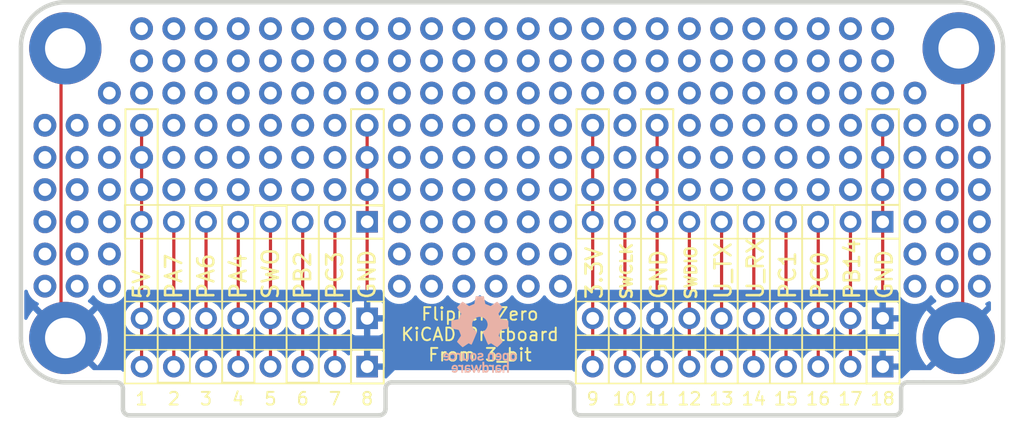
<source format=kicad_pcb>
(kicad_pcb (version 20221018) (generator pcbnew)
  (layers (0 "F.Cu" signal) (31 "B.Cu" signal) (34 "B.Paste" user) (35 "F.Paste" user) (36 "B.SilkS" user "B.Silkscreen") (37 "F.SilkS" user "F.Silkscreen") (38 "B.Mask" user) (39 "F.Mask" user) (44 "Edge.Cuts" user))
  (net 0 "")
  (net 1 "/GND")
  (net 2 "/C3")
  (net 3 "/B2")
  (net 4 "/B3")
  (net 5 "/A4")
  (net 6 "/A6")
  (net 7 "/A7")
  (net 8 "/5V")
  (net 9 "/1W")
  (net 10 "/C0")
  (net 11 "/C1")
  (net 12 "/RX")
  (net 13 "/TX")
  (net 14 "/SIO")
  (net 15 "/SWC")
  (net 16 "/3V3")
  (footprint "Connector_Pin:Pin_D0.9mm_L10.0mm_W2.4mm_FlatFork" (layer "F.Cu") (at 193.950005 100)
    (fp_text reference "REFe" hide)
    (fp_text value "Pin_D0.9mm_L10.0mm_W2.4mm_FlatFork" hide)
  )
  (footprint "Connector_Pin:Pin_D0.9mm_L10.0mm_W2.4mm_FlatFork" (layer "F.Cu") (at 186.330005 105.08)
    (fp_text reference "REFe" hide)
    (fp_text value "Pin_D0.9mm_L10.0mm_W2.4mm_FlatFork" hide)
  )
  (footprint "Connector_Pin:Pin_D0.9mm_L10.0mm_W2.4mm_FlatFork" (layer "F.Cu") (at 204.110005 107.62)
    (fp_text reference "REFe" hide)
    (fp_text value "Pin_D0.9mm_L10.0mm_W2.4mm_FlatFork" hide)
  )
  (footprint "Connector_Pin:Pin_D0.9mm_L10.0mm_W2.4mm_FlatFork" (layer "F.Cu") (at 176.170005 107.62)
    (fp_text reference "REFe" hide)
    (fp_text value "Pin_D0.9mm_L10.0mm_W2.4mm_FlatFork" hide)
  )
  (footprint "Connector_Pin:Pin_D0.9mm_L10.0mm_W2.4mm_FlatFork" (layer "F.Cu") (at 183.790005 107.62)
    (fp_text reference "REFe" hide)
    (fp_text value "Pin_D0.9mm_L10.0mm_W2.4mm_FlatFork" hide)
  )
  (footprint "Connector_Pin:Pin_D0.9mm_L10.0mm_W2.4mm_FlatFork" (layer "F.Cu") (at 148.230005 94.92)
    (fp_text reference "REFe" hide)
    (fp_text value "Pin_D0.9mm_L10.0mm_W2.4mm_FlatFork" hide)
  )
  (footprint "Connector_Pin:Pin_D0.9mm_L10.0mm_W2.4mm_FlatFork" (layer "F.Cu") (at 181.250005 100)
    (fp_text reference "REFe" hide)
    (fp_text value "Pin_D0.9mm_L10.0mm_W2.4mm_FlatFork" hide)
  )
  (footprint "Connector_PinHeader_2.54mm:PinHeader_1x10_P2.54mm_Vertical" (layer "F.Cu") (at 199.030005 121.59 -90)
    (fp_text reference "J2" hide)
    (fp_text value "Conn_01x10")
  )
  (footprint "Connector_Pin:Pin_D0.9mm_L10.0mm_W2.4mm_FlatFork" (layer "F.Cu") (at 186.330005 97.46)
    (fp_text reference "REFe" hide)
    (fp_text value "Pin_D0.9mm_L10.0mm_W2.4mm_FlatFork" hide)
  )
  (footprint "Connector_Pin:Pin_D0.9mm_L10.0mm_W2.4mm_FlatFork" (layer "F.Cu") (at 176.170005 100)
    (fp_text reference "REFe" hide)
    (fp_text value "Pin_D0.9mm_L10.0mm_W2.4mm_FlatFork" hide)
  )
  (footprint "Connector_Pin:Pin_D0.9mm_L10.0mm_W2.4mm_FlatFork" (layer "F.Cu") (at 150.770005 94.92)
    (fp_text reference "REFe" hide)
    (fp_text value "Pin_D0.9mm_L10.0mm_W2.4mm_FlatFork" hide)
  )
  (footprint "Connector_Pin:Pin_D0.9mm_L10.0mm_W2.4mm_FlatFork" (layer "F.Cu") (at 155.850005 102.54)
    (fp_text reference "REFe" hide)
    (fp_text value "Pin_D0.9mm_L10.0mm_W2.4mm_FlatFork" hide)
  )
  (footprint "Connector_Pin:Pin_D0.9mm_L10.0mm_W2.4mm_FlatFork" (layer "F.Cu") (at 163.470005 97.46)
    (fp_text reference "REFe" hide)
    (fp_text value "Pin_D0.9mm_L10.0mm_W2.4mm_FlatFork" hide)
  )
  (footprint "Connector_Pin:Pin_D0.9mm_L10.0mm_W2.4mm_FlatFork" (layer "F.Cu") (at 178.710005 94.92)
    (fp_text reference "REFe" hide)
    (fp_text value "Pin_D0.9mm_L10.0mm_W2.4mm_FlatFork" hide)
  )
  (footprint "Connector_Pin:Pin_D0.9mm_L10.0mm_W2.4mm_FlatFork" (layer "F.Cu") (at 168.550005 100)
    (fp_text reference "REFe" hide)
    (fp_text value "Pin_D0.9mm_L10.0mm_W2.4mm_FlatFork" hide)
  )
  (footprint "Connector_Pin:Pin_D0.9mm_L10.0mm_W2.4mm_FlatFork" (layer "F.Cu") (at 196.490005 102.54)
    (fp_text reference "REFe" hide)
    (fp_text value "Pin_D0.9mm_L10.0mm_W2.4mm_FlatFork" hide)
  )
  (footprint "Connector_Pin:Pin_D0.9mm_L10.0mm_W2.4mm_FlatFork" (layer "F.Cu") (at 140.610005 107.62)
    (fp_text reference "REFe" hide)
    (fp_text value "Pin_D0.9mm_L10.0mm_W2.4mm_FlatFork" hide)
  )
  (footprint "Connector_Pin:Pin_D0.9mm_L10.0mm_W2.4mm_FlatFork" (layer "F.Cu") (at 158.390005 100)
    (fp_text reference "REFe" hide)
    (fp_text value "Pin_D0.9mm_L10.0mm_W2.4mm_FlatFork" hide)
  )
  (footprint "Connector_Pin:Pin_D0.9mm_L10.0mm_W2.4mm_FlatFork" (layer "F.Cu") (at 196.490005 94.92)
    (fp_text reference "REFe" hide)
    (fp_text value "Pin_D0.9mm_L10.0mm_W2.4mm_FlatFork" hide)
  )
  (footprint "Connector_Pin:Pin_D0.9mm_L10.0mm_W2.4mm_FlatFork" (layer "F.Cu") (at 140.610005 105.08)
    (fp_text reference "REFe" hide)
    (fp_text value "Pin_D0.9mm_L10.0mm_W2.4mm_FlatFork" hide)
  )
  (footprint "Connector_Pin:Pin_D0.9mm_L10.0mm_W2.4mm_FlatFork" (layer "F.Cu") (at 204.110005 112.7)
    (fp_text reference "REFe" hide)
    (fp_text value "Pin_D0.9mm_L10.0mm_W2.4mm_FlatFork" hide)
  )
  (footprint "Connector_Pin:Pin_D0.9mm_L10.0mm_W2.4mm_FlatFork" (layer "F.Cu") (at 188.870005 102.54)
    (fp_text reference "REFe" hide)
    (fp_text value "Pin_D0.9mm_L10.0mm_W2.4mm_FlatFork" hide)
  )
  (footprint "Connector_Pin:Pin_D0.9mm_L10.0mm_W2.4mm_FlatFork" (layer "F.Cu") (at 196.490005 107.62)
    (fp_text reference "REFe" hide)
    (fp_text value "Pin_D0.9mm_L10.0mm_W2.4mm_FlatFork" hide)
  )
  (footprint "Connector_Pin:Pin_D0.9mm_L10.0mm_W2.4mm_FlatFork" (layer "F.Cu") (at 196.490005 100)
    (fp_text reference "REFe" hide)
    (fp_text value "Pin_D0.9mm_L10.0mm_W2.4mm_FlatFork" hide)
  )
  (footprint "Connector_Pin:Pin_D0.9mm_L10.0mm_W2.4mm_FlatFork" (layer "F.Cu") (at 191.410005 94.92)
    (fp_text reference "REFe" hide)
    (fp_text value "Pin_D0.9mm_L10.0mm_W2.4mm_FlatFork" hide)
  )
  (footprint "Connector_Pin:Pin_D0.9mm_L10.0mm_W2.4mm_FlatFork" (layer "F.Cu") (at 155.850005 107.62)
    (fp_text reference "REFe" hide)
    (fp_text value "Pin_D0.9mm_L10.0mm_W2.4mm_FlatFork" hide)
  )
  (footprint "Connector_Pin:Pin_D0.9mm_L10.0mm_W2.4mm_FlatFork" (layer "F.Cu") (at 199.030005 107.62)
    (fp_text reference "REFe" hide)
    (fp_text value "Pin_D0.9mm_L10.0mm_W2.4mm_FlatFork" hide)
  )
  (footprint "Connector_Pin:Pin_D0.9mm_L10.0mm_W2.4mm_FlatFork" (layer "F.Cu") (at 193.950005 105.08)
    (fp_text reference "REFe" hide)
    (fp_text value "Pin_D0.9mm_L10.0mm_W2.4mm_FlatFork" hide)
  )
  (footprint "Connector_Pin:Pin_D0.9mm_L10.0mm_W2.4mm_FlatFork" (layer "F.Cu") (at 140.610005 102.54)
    (fp_text reference "REFe" hide)
    (fp_text value "Pin_D0.9mm_L10.0mm_W2.4mm_FlatFork" hide)
  )
  (footprint "Connector_Pin:Pin_D0.9mm_L10.0mm_W2.4mm_FlatFork" (layer "F.Cu") (at 201.570005 110.16)
    (fp_text reference "REFe" hide)
    (fp_text value "Pin_D0.9mm_L10.0mm_W2.4mm_FlatFork" hide)
  )
  (footprint "Connector_Pin:Pin_D0.9mm_L10.0mm_W2.4mm_FlatFork" (layer "F.Cu") (at 168.550005 94.92)
    (fp_text reference "REFe" hide)
    (fp_text value "Pin_D0.9mm_L10.0mm_W2.4mm_FlatFork" hide)
  )
  (footprint "Connector_Pin:Pin_D0.9mm_L10.0mm_W2.4mm_FlatFork" (layer "F.Cu") (at 171.090005 100)
    (fp_text reference "REFe" hide)
    (fp_text value "Pin_D0.9mm_L10.0mm_W2.4mm_FlatFork" hide)
  )
  (footprint "Connector_Pin:Pin_D0.9mm_L10.0mm_W2.4mm_FlatFork" (layer "F.Cu") (at 193.950005 97.46)
    (fp_text reference "REFe" hide)
    (fp_text value "Pin_D0.9mm_L10.0mm_W2.4mm_FlatFork" hide)
  )
  (footprint "Connector_Pin:Pin_D0.9mm_L10.0mm_W2.4mm_FlatFork" (layer "F.Cu") (at 183.790005 97.46)
    (fp_text reference "REFe" hide)
    (fp_text value "Pin_D0.9mm_L10.0mm_W2.4mm_FlatFork" hide)
  )
  (footprint "Connector_Pin:Pin_D0.9mm_L10.0mm_W2.4mm_FlatFork" (layer "F.Cu") (at 176.170005 102.54)
    (fp_text reference "REFe" hide)
    (fp_text value "Pin_D0.9mm_L10.0mm_W2.4mm_FlatFork" hide)
  )
  (footprint "Connector_Pin:Pin_D0.9mm_L10.0mm_W2.4mm_FlatFork" (layer "F.Cu") (at 158.390005 105.08)
    (fp_text reference "REFe" hide)
    (fp_text value "Pin_D0.9mm_L10.0mm_W2.4mm_FlatFork" hide)
  )
  (footprint "MountingHole:MountingHole_3.2mm_M3_ISO7380_Pad" (layer "F.Cu") (at 134.597209 96.470005)
    (fp_text reference "H1" hide)
    (fp_text value "MountingHole" hide)
  )
  (footprint "Connector_Pin:Pin_D0.9mm_L10.0mm_W2.4mm_FlatFork" (layer "F.Cu") (at 153.310005 94.92)
    (fp_text reference "REFe" hide)
    (fp_text value "Pin_D0.9mm_L10.0mm_W2.4mm_FlatFork" hide)
  )
  (footprint "Connector_Pin:Pin_D0.9mm_L10.0mm_W2.4mm_FlatFork" (layer "F.Cu") (at 135.530005 107.62)
    (fp_text reference "REFe" hide)
    (fp_text value "Pin_D0.9mm_L10.0mm_W2.4mm_FlatFork" hide)
  )
  (footprint "Connector_Pin:Pin_D0.9mm_L10.0mm_W2.4mm_FlatFork" (layer "F.Cu") (at 199.030005 94.92)
    (fp_text reference "REFe" hide)
    (fp_text value "Pin_D0.9mm_L10.0mm_W2.4mm_FlatFork" hide)
  )
  (footprint "Connector_Pin:Pin_D0.9mm_L10.0mm_W2.4mm_FlatFork" (layer "F.Cu") (at 135.530005 115.24)
    (fp_text reference "REFe" hide)
    (fp_text value "Pin_D0.9mm_L10.0mm_W2.4mm_FlatFork" hide)
  )
  (footprint "Connector_Pin:Pin_D0.9mm_L10.0mm_W2.4mm_FlatFork" (layer "F.Cu") (at 153.310005 107.62)
    (fp_text reference "REFe" hide)
    (fp_text value "Pin_D0.9mm_L10.0mm_W2.4mm_FlatFork" hide)
  )
  (footprint "Connector_Pin:Pin_D0.9mm_L10.0mm_W2.4mm_FlatFork" (layer "F.Cu") (at 171.090005 97.46)
    (fp_text reference "REFe" hide)
    (fp_text value "Pin_D0.9mm_L10.0mm_W2.4mm_FlatFork" hide)
  )
  (footprint "Connector_Pin:Pin_D0.9mm_L10.0mm_W2.4mm_FlatFork" (layer "F.Cu") (at 132.990005 102.54)
    (fp_text reference "REFe" hide)
    (fp_text value "Pin_D0.9mm_L10.0mm_W2.4mm_FlatFork" hide)
  )
  (footprint "Connector_Pin:Pin_D0.9mm_L10.0mm_W2.4mm_FlatFork" (layer "F.Cu") (at 132.990005 110.16)
    (fp_text reference "REFe" hide)
    (fp_text value "Pin_D0.9mm_L10.0mm_W2.4mm_FlatFork" hide)
  )
  (footprint "Connector_Pin:Pin_D0.9mm_L10.0mm_W2.4mm_FlatFork" (layer "F.Cu") (at 171.090005 110.16)
    (fp_text reference "REFe" hide)
    (fp_text value "Pin_D0.9mm_L10.0mm_W2.4mm_FlatFork" hide)
  )
  (footprint "Connector_Pin:Pin_D0.9mm_L10.0mm_W2.4mm_FlatFork" (layer "F.Cu") (at 171.090005 107.62)
    (fp_text reference "REFe" hide)
    (fp_text value "Pin_D0.9mm_L10.0mm_W2.4mm_FlatFork" hide)
  )
  (footprint "Connector_Pin:Pin_D0.9mm_L10.0mm_W2.4mm_FlatFork" (layer "F.Cu") (at 183.790005 94.92)
    (fp_text reference "REFe" hide)
    (fp_text value "Pin_D0.9mm_L10.0mm_W2.4mm_FlatFork" hide)
  )
  (footprint "Connector_Pin:Pin_D0.9mm_L10.0mm_W2.4mm_FlatFork" (layer "F.Cu") (at 145.690005 94.92)
    (fp_text reference "REFe" hide)
    (fp_text value "Pin_D0.9mm_L10.0mm_W2.4mm_FlatFork" hide)
  )
  (footprint "Connector_PinHeader_2.54mm:PinHeader_1x08_P2.54mm_Vertical" (layer "F.Cu") (at 158.390005 117.78 -90)
    (fp_text reference "J3" hide)
    (fp_text value "Conn_01x08")
  )
  (footprint "Connector_Pin:Pin_D0.9mm_L10.0mm_W2.4mm_FlatFork" (layer "F.Cu") (at 188.870005 105.08)
    (fp_text reference "REFe" hide)
    (fp_text value "Pin_D0.9mm_L10.0mm_W2.4mm_FlatFork" hide)
  )
  (footprint "Connector_Pin:Pin_D0.9mm_L10.0mm_W2.4mm_FlatFork" (layer "F.Cu") (at 181.250005 94.92)
    (fp_text reference "REFe" hide)
    (fp_text value "Pin_D0.9mm_L10.0mm_W2.4mm_FlatFork" hide)
  )
  (footprint "Connector_Pin:Pin_D0.9mm_L10.0mm_W2.4mm_FlatFork" (layer "F.Cu") (at 140.610005 100)
    (fp_text reference "REFe" hide)
    (fp_text value "Pin_D0.9mm_L10.0mm_W2.4mm_FlatFork" hide)
  )
  (footprint "Connector_Pin:Pin_D0.9mm_L10.0mm_W2.4mm_FlatFork" (layer "F.Cu") (at 160.930005 105.08)
    (fp_text reference "REFe" hide)
    (fp_text value "Pin_D0.9mm_L10.0mm_W2.4mm_FlatFork" hide)
  )
  (footprint "Connector_Pin:Pin_D0.9mm_L10.0mm_W2.4mm_FlatFork" (layer "F.Cu") (at 166.010005 110.16)
    (fp_text reference "REFe" hide)
    (fp_text value "Pin_D0.9mm_L10.0mm_W2.4mm_FlatFork" hide)
  )
  (footprint "Connector_Pin:Pin_D0.9mm_L10.0mm_W2.4mm_FlatFork" (layer "F.Cu") (at 181.250005 107.62)
    (fp_text reference "REFe" hide)
    (fp_text value "Pin_D0.9mm_L10.0mm_W2.4mm_FlatFork" hide)
  )
  (footprint "Connector_Pin:Pin_D0.9mm_L10.0mm_W2.4mm_FlatFork" (layer "F.Cu") (at 196.490005 105.08)
    (fp_text reference "REFe" hide)
    (fp_text value "Pin_D0.9mm_L10.0mm_W2.4mm_FlatFork" hide)
  )
  (footprint "Connector_Pin:Pin_D0.9mm_L10.0mm_W2.4mm_FlatFork" (layer "F.Cu") (at 173.630005 105.08)
    (fp_text reference "REFe" hide)
    (fp_text value "Pin_D0.9mm_L10.0mm_W2.4mm_FlatFork" hide)
  )
  (footprint "Connector_Pin:Pin_D0.9mm_L10.0mm_W2.4mm_FlatFork" (layer "F.Cu") (at 153.310005 105.08)
    (fp_text reference "REFe" hide)
    (fp_text value "Pin_D0.9mm_L10.0mm_W2.4mm_FlatFork" hide)
  )
  (footprint "Connector_Pin:Pin_D0.9mm_L10.0mm_W2.4mm_FlatFork" (layer "F.Cu") (at 163.470005 115.24)
    (fp_text reference "REFe" hide)
    (fp_text value "Pin_D0.9mm_L10.0mm_W2.4mm_FlatFork" hide)
  )
  (footprint "Connector_Pin:Pin_D0.9mm_L10.0mm_W2.4mm_FlatFork" (layer "F.Cu") (at 168.550005 97.46)
    (fp_text reference "REFe" hide)
    (fp_text value "Pin_D0.9mm_L10.0mm_W2.4mm_FlatFork" hide)
  )
  (footprint "Connector_Pin:Pin_D0.9mm_L10.0mm_W2.4mm_FlatFork" (layer "F.Cu") (at 204.110005 105.08)
    (fp_text reference "REFe" hide)
    (fp_text value "Pin_D0.9mm_L10.0mm_W2.4mm_FlatFork" hide)
  )
  (footprint "Connector_Pin:Pin_D0.9mm_L10.0mm_W2.4mm_FlatFork" (layer "F.Cu") (at 173.630005 107.62)
    (fp_text reference "REFe" hide)
    (fp_text value "Pin_D0.9mm_L10.0mm_W2.4mm_FlatFork" hide)
  )
  (footprint "Connector_Pin:Pin_D0.9mm_L10.0mm_W2.4mm_FlatFork" (layer "F.Cu") (at 168.550005 110.16)
    (fp_text reference "REFe" hide)
    (fp_text value "Pin_D0.9mm_L10.0mm_W2.4mm_FlatFork" hide)
  )
  (footprint "Connector_Pin:Pin_D0.9mm_L10.0mm_W2.4mm_FlatFork" (layer "F.Cu") (at 186.330005 102.54)
    (fp_text reference "REFe" hide)
    (fp_text value "Pin_D0.9mm_L10.0mm_W2.4mm_FlatFork" hide)
  )
  (footprint "Connector_Pin:Pin_D0.9mm_L10.0mm_W2.4mm_FlatFork" (layer "F.Cu") (at 155.850005 97.46)
    (fp_text reference "REFe" hide)
    (fp_text value "Pin_D0.9mm_L10.0mm_W2.4mm_FlatFork" hide)
  )
  (footprint "Connector_Pin:Pin_D0.9mm_L10.0mm_W2.4mm_FlatFork" (layer "F.Cu") (at 183.790005 100)
    (fp_text reference "REFe" hide)
    (fp_text value "Pin_D0.9mm_L10.0mm_W2.4mm_FlatFork" hide)
  )
  (footprint "Connector_Pin:Pin_D0.9mm_L10.0mm_W2.4mm_FlatFork" (layer "F.Cu") (at 143.150005 107.62)
    (fp_text reference "REFe" hide)
    (fp_text value "Pin_D0.9mm_L10.0mm_W2.4mm_FlatFork" hide)
  )
  (footprint "Connector_Pin:Pin_D0.9mm_L10.0mm_W2.4mm_FlatFork" (layer "F.Cu") (at 183.790005 102.54)
    (fp_text reference "REFe" hide)
    (fp_text value "Pin_D0.9mm_L10.0mm_W2.4mm_FlatFork" hide)
  )
  (footprint "Connector_Pin:Pin_D0.9mm_L10.0mm_W2.4mm_FlatFork" (layer "F.Cu") (at 163.470005 107.62)
    (fp_text reference "REFe" hide)
    (fp_text value "Pin_D0.9mm_L10.0mm_W2.4mm_FlatFork" hide)
  )
  (footprint "Connector_Pin:Pin_D0.9mm_L10.0mm_W2.4mm_FlatFork" (layer "F.Cu") (at 160.930005 112.7)
    (fp_text reference "REFe" hide)
    (fp_text value "Pin_D0.9mm_L10.0mm_W2.4mm_FlatFork" hide)
  )
  (footprint "MountingHole:MountingHole_3.2mm_M3_ISO7380_Pad" (layer "F.Cu") (at 134.597209 119.330005)
    (fp_text reference "H2" hide)
    (fp_text value "MountingHole")
  )
  (footprint "Connector_Pin:Pin_D0.9mm_L10.0mm_W2.4mm_FlatFork" (layer "F.Cu") (at 166.010005 94.92)
    (fp_text reference "REFe" hide)
    (fp_text value "Pin_D0.9mm_L10.0mm_W2.4mm_FlatFork" hide)
  )
  (footprint "Connector_Pin:Pin_D0.9mm_L10.0mm_W2.4mm_FlatFork" (layer "F.Cu") (at 143.150005 100)
    (fp_text reference "REFe" hide)
    (fp_text value "Pin_D0.9mm_L10.0mm_W2.4mm_FlatFork" hide)
  )
  (footprint "Connector_Pin:Pin_D0.9mm_L10.0mm_W2.4mm_FlatFork" (layer "F.Cu") (at 176.170005 97.46)
    (fp_text reference "REFe" hide)
    (fp_text value "Pin_D0.9mm_L10.0mm_W2.4mm_FlatFork" hide)
  )
  (footprint "Connector_Pin:Pin_D0.9mm_L10.0mm_W2.4mm_FlatFork" (layer "F.Cu") (at 148.230005 105.08)
    (fp_text reference "REFe" hide)
    (fp_text value "Pin_D0.9mm_L10.0mm_W2.4mm_FlatFork" hide)
  )
  (footprint "Connector_Pin:Pin_D0.9mm_L10.0mm_W2.4mm_FlatFork" (layer "F.Cu") (at 132.990005 112.7)
    (fp_text reference "REFe" hide)
    (fp_text value "Pin_D0.9mm_L10.0mm_W2.4mm_FlatFork" hide)
  )
  (footprint "Connector_Pin:Pin_D0.9mm_L10.0mm_W2.4mm_FlatFork" (layer "F.Cu") (at 188.870005 107.62)
    (fp_text reference "REFe" hide)
    (fp_text value "Pin_D0.9mm_L10.0mm_W2.4mm_FlatFork" hide)
  )
  (footprint "Connector_Pin:Pin_D0.9mm_L10.0mm_W2.4mm_FlatFork" (layer "F.Cu") (at 138.070005 105.08)
    (fp_text reference "REFe" hide)
    (fp_text value "Pin_D0.9mm_L10.0mm_W2.4mm_FlatFork" hide)
  )
  (footprint "Connector_Pin:Pin_D0.9mm_L10.0mm_W2.4mm_FlatFork" (layer "F.Cu") (at 145.690005 107.62)
    (fp_text reference "REFe" hide)
    (fp_text value "Pin_D0.9mm_L10.0mm_W2.4mm_FlatFork" hide)
  )
  (footprint "Connector_Pin:Pin_D0.9mm_L10.0mm_W2.4mm_FlatFork" (layer "F.Cu") (at 173.630005 94.92)
    (fp_text reference "REFe" hide)
    (fp_text value "Pin_D0.9mm_L10.0mm_W2.4mm_FlatFork" hide)
  )
  (footprint "Connector_Pin:Pin_D0.9mm_L10.0mm_W2.4mm_FlatFork" (layer "F.Cu") (at 148.230005 100)
    (fp_text reference "REFe" hide)
    (fp_text value "Pin_D0.9mm_L10.0mm_W2.4mm_FlatFork" hide)
  )
  (footprint "Connector_Pin:Pin_D0.9mm_L10.0mm_W2.4mm_FlatFork" (layer "F.Cu") (at 173.630005 115.24)
    (fp_text reference "REFe" hide)
    (fp_text value "Pin_D0.9mm_L10.0mm_W2.4mm_FlatFork" hide)
  )
  (footprint "Connector_PinHeader_2.54mm:PinHeader_1x08_P2.54mm_Vertical" (layer "F.Cu") (at 158.390005 110.16 -90)
    (fp_text reference "J5" hide)
    (fp_text value "Conn_01x08" hide)
  )
  (footprint "Connector_Pin:Pin_D0.9mm_L10.0mm_W2.4mm_FlatFork" (layer "F.Cu") (at 206.650005 112.7)
    (fp_text reference "REFe" hide)
    (fp_text value "Pin_D0.9mm_L10.0mm_W2.4mm_FlatFork" hide)
  )
  (footprint "Connector_Pin:Pin_D0.9mm_L10.0mm_W2.4mm_FlatFork" (layer "F.Cu") (at 199.030005 97.46)
    (fp_text reference "REFe" hide)
    (fp_text value "Pin_D0.9mm_L10.0mm_W2.4mm_FlatFork" hide)
  )
  (footprint "Connector_Pin:Pin_D0.9mm_L10.0mm_W2.4mm_FlatFork" (layer "F.Cu") (at 155.850005 100)
    (fp_text reference "REFe" hide)
    (fp_text value "Pin_D0.9mm_L10.0mm_W2.4mm_FlatFork" hide)
  )
  (footprint "Connector_Pin:Pin_D0.9mm_L10.0mm_W2.4mm_FlatFork" (layer "F.Cu") (at 166.010005 112.7)
    (fp_text reference "REFe" hide)
    (fp_text value "Pin_D0.9mm_L10.0mm_W2.4mm_FlatFork" hide)
  )
  (footprint "Connector_Pin:Pin_D0.9mm_L10.0mm_W2.4mm_FlatFork" (layer "F.Cu") (at 138.070005 107.62)
    (fp_text reference "REFe" hide)
    (fp_text value "Pin_D0.9mm_L10.0mm_W2.4mm_FlatFork" hide)
  )
  (footprint "Connector_Pin:Pin_D0.9mm_L10.0mm_W2.4mm_FlatFork" (layer "F.Cu") (at 206.650005 110.16)
    (fp_text reference "REFe" hide)
    (fp_text value "Pin_D0.9mm_L10.0mm_W2.4mm_FlatFork" hide)
  )
  (footprint "Connector_Pin:Pin_D0.9mm_L10.0mm_W2.4mm_FlatFork" (layer "F.Cu") (at 138.070005 115.24)
    (fp_text reference "REFe" hide)
    (fp_text value "Pin_D0.9mm_L10.0mm_W2.4mm_FlatFork" hide)
  )
  (footprint "Connector_Pin:Pin_D0.9mm_L10.0mm_W2.4mm_FlatFork" (layer "F.Cu") (at 153.310005 97.46)
    (fp_text reference "REFe" hide)
    (fp_text value "Pin_D0.9mm_L10.0mm_W2.4mm_FlatFork" hide)
  )
  (footprint "Connector_Pin:Pin_D0.9mm_L10.0mm_W2.4mm_FlatFork" (layer "F.Cu") (at 168.550005 105.08)
    (fp_text reference "REFe" hide)
    (fp_text value "Pin_D0.9mm_L10.0mm_W2.4mm_FlatFork" hide)
  )
  (footprint "Connector_Pin:Pin_D0.9mm_L10.0mm_W2.4mm_FlatFork" (layer "F.Cu") (at 168.550005 115.24)
    (fp_text reference "REFe" hide)
    (fp_text value "Pin_D0.9mm_L10.0mm_W2.4mm_FlatFork" hide)
  )
  (footprint "Connector_Pin:Pin_D0.9mm_L10.0mm_W2.4mm_FlatFork" (layer "F.Cu") (at 155.850005 94.92)
    (fp_text reference "REFe" hide)
    (fp_text value "Pin_D0.9mm_L10.0mm_W2.4mm_FlatFork" hide)
  )
  (footprint "Connector_Pin:Pin_D0.9mm_L10.0mm_W2.4mm_FlatFork" (layer "F.Cu") (at 153.310005 100)
    (fp_text reference "REFe" hide)
    (fp_text value "Pin_D0.9mm_L10.0mm_W2.4mm_FlatFork" hide)
  )
  (footprint "Connector_Pin:Pin_D0.9mm_L10.0mm_W2.4mm_FlatFork" (layer "F.Cu") (at 173.630005 110.16)
    (fp_text reference "REFe" hide)
    (fp_text value "Pin_D0.9mm_L10.0mm_W2.4mm_FlatFork" hide)
  )
  (footprint "Connector_Pin:Pin_D0.9mm_L10.0mm_W2.4mm_FlatFork" (layer "F.Cu") (at 196.490005 97.46)
    (fp_text reference "REFe" hide)
    (fp_text value "Pin_D0.9mm_L10.0mm_W2.4mm_FlatFork" hide)
  )
  (footprint "Connector_Pin:Pin_D0.9mm_L10.0mm_W2.4mm_FlatFork" (layer "F.Cu") (at 153.310005 102.54)
    (fp_text reference "REFe" hide)
    (fp_text value "Pin_D0.9mm_L10.0mm_W2.4mm_FlatFork" hide)
  )
  (footprint "Connector_PinHeader_2.54mm:PinHeader_1x08_P2.54mm_Vertical" (layer "F.Cu") (at 158.390005 121.59 -90)
    (fp_text reference "J1" hide)
    (fp_text value "Conn_01x08")
  )
  (footprint "Connector_Pin:Pin_D0.9mm_L10.0mm_W2.4mm_FlatFork" (layer "F.Cu") (at 158.390005 102.54)
    (fp_text reference "REFe" hide)
    (fp_text value "Pin_D0.9mm_L10.0mm_W2.4mm_FlatFork" hide)
  )
  (footprint "Connector_Pin:Pin_D0.9mm_L10.0mm_W2.4mm_FlatFork" (layer "F.Cu") (at 148.230005 107.62)
    (fp_text reference "REFe" hide)
    (fp_text value "Pin_D0.9mm_L10.0mm_W2.4mm_FlatFork" hide)
  )
  (footprint "Connector_Pin:Pin_D0.9mm_L10.0mm_W2.4mm_FlatFork" (layer "F.Cu") (at 193.950005 94.92)
    (fp_text reference "REFe" hide)
    (fp_text value "Pin_D0.9mm_L10.0mm_W2.4mm_FlatFork" hide)
  )
  (footprint "Connector_Pin:Pin_D0.9mm_L10.0mm_W2.4mm_FlatFork" (layer "F.Cu") (at 178.710005 107.62)
    (fp_text reference "REFe" hide)
    (fp_text value "Pin_D0.9mm_L10.0mm_W2.4mm_FlatFork" hide)
  )
  (footprint "Connector_Pin:Pin_D0.9mm_L10.0mm_W2.4mm_FlatFork" (layer "F.Cu") (at 160.930005 102.54)
    (fp_text reference "REFe" hide)
    (fp_text value "Pin_D0.9mm_L10.0mm_W2.4mm_FlatFork" hide)
  )
  (footprint "Connector_Pin:Pin_D0.9mm_L10.0mm_W2.4mm_FlatFork" (layer "F.Cu") (at 140.610005 94.92)
    (fp_text reference "REFe" hide)
    (fp_text value "Pin_D0.9mm_L10.0mm_W2.4mm_FlatFork" hide)
  )
  (footprint "Connector_Pin:Pin_D0.9mm_L10.0mm_W2.4mm_FlatFork" (layer "F.Cu") (at 191.410005 100)
    (fp_text reference "REFe" hide)
    (fp_text value "Pin_D0.9mm_L10.0mm_W2.4mm_FlatFork" hide)
  )
  (footprint "Connector_Pin:Pin_D0.9mm_L10.0mm_W2.4mm_FlatFork" (layer "F.Cu") (at 178.710005 97.46)
    (fp_text reference "REFe" hide)
    (fp_text value "Pin_D0.9mm_L10.0mm_W2.4mm_FlatFork" hide)
  )
  (footprint "Connector_Pin:Pin_D0.9mm_L10.0mm_W2.4mm_FlatFork" (layer "F.Cu") (at 158.390005 107.62)
    (fp_text reference "REFe" hide)
    (fp_text value "Pin_D0.9mm_L10.0mm_W2.4mm_FlatFork" hide)
  )
  (footprint "Connector_Pin:Pin_D0.9mm_L10.0mm_W2.4mm_FlatFork" (layer "F.Cu") (at 204.110005 115.24)
    (fp_text reference "REFe" hide)
    (fp_text value "Pin_D0.9mm_L10.0mm_W2.4mm_FlatFork" hide)
  )
  (footprint "Connector_Pin:Pin_D0.9mm_L10.0mm_W2.4mm_FlatFork" (layer "F.Cu") (at 186.330005 107.62)
    (fp_text reference "REFe" hide)
    (fp_text value "Pin_D0.9mm_L10.0mm_W2.4mm_FlatFork" hide)
  )
  (footprint "Connector_Pin:Pin_D0.9mm_L10.0mm_W2.4mm_FlatFork" (layer "F.Cu") (at 191.410005 105.08)
    (fp_text reference "REFe" hide)
    (fp_text value "Pin_D0.9mm_L10.0mm_W2.4mm_FlatFork" hide)
  )
  (footprint "Connector_Pin:Pin_D0.9mm_L10.0mm_W2.4mm_FlatFork" (layer "F.Cu") (at 168.550005 102.54)
    (fp_text reference "REFe" hide)
    (fp_text value "Pin_D0.9mm_L10.0mm_W2.4mm_FlatFork" hide)
  )
  (footprint "Connector_Pin:Pin_D0.9mm_L10.0mm_W2.4mm_FlatFork" (layer "F.Cu") (at 148.230005 97.46)
    (fp_text reference "REFe" hide)
    (fp_text value "Pin_D0.9mm_L10.0mm_W2.4mm_FlatFork" hide)
  )
  (footprint "Connector_Pin:Pin_D0.9mm_L10.0mm_W2.4mm_FlatFork" (layer "F.Cu") (at 145.690005 97.46)
    (fp_text reference "REFe" hide)
    (fp_text value "Pin_D0.9mm_L10.0mm_W2.4mm_FlatFork" hide)
  )
  (footprint "Connector_Pin:Pin_D0.9mm_L10.0mm_W2.4mm_FlatFork" (layer "F.Cu") (at 132.990005 105.08)
    (fp_text reference "REFe" hide)
    (fp_text value "Pin_D0.9mm_L10.0mm_W2.4mm_FlatFork" hide)
  )
  (footprint "Connector_Pin:Pin_D0.9mm_L10.0mm_W2.4mm_FlatFork" (layer "F.Cu") (at 135.530005 105.08)
    (fp_text reference "REFe" hide)
    (fp_text value "Pin_D0.9mm_L10.0mm_W2.4mm_FlatFork" hide)
  )
  (footprint "Connector_Pin:Pin_D0.9mm_L10.0mm_W2.4mm_FlatFork" (layer "F.Cu") (at 160.930005 94.92)
    (fp_text reference "REFe" hide)
    (fp_text value "Pin_D0.9mm_L10.0mm_W2.4mm_FlatFork" hide)
  )
  (footprint "Connector_Pin:Pin_D0.9mm_L10.0mm_W2.4mm_FlatFork" (layer "F.Cu") (at 193.950005 107.62)
    (fp_text reference "REFe" hide)
    (fp_text value "Pin_D0.9mm_L10.0mm_W2.4mm_FlatFork" hide)
  )
  (footprint "Connector_Pin:Pin_D0.9mm_L10.0mm_W2.4mm_FlatFork" (layer "F.Cu") (at 191.410005 102.54)
    (fp_text reference "REFe" hide)
    (fp_text value "Pin_D0.9mm_L10.0mm_W2.4mm_FlatFork" hide)
  )
  (footprint "Connector_Pin:Pin_D0.9mm_L10.0mm_W2.4mm_FlatFork" (layer "F.Cu") (at 204.110005 102.54)
    (fp_text reference "REFe" hide)
    (fp_text value "Pin_D0.9mm_L10.0mm_W2.4mm_FlatFork" hide)
  )
  (footprint "Connector_Pin:Pin_D0.9mm_L10.0mm_W2.4mm_FlatFork" (layer "F.Cu") (at 201.570005 100)
    (fp_text reference "REFe" hide)
    (fp_text value "Pin_D0.9mm_L10.0mm_W2.4mm_FlatFork" hide)
  )
  (footprint "Connector_Pin:Pin_D0.9mm_L10.0mm_W2.4mm_FlatFork" (layer "F.Cu") (at 181.250005 97.46)
    (fp_text reference "REFe" hide)
    (fp_text value "Pin_D0.9mm_L10.0mm_W2.4mm_FlatFork" hide)
  )
  (footprint "Connector_Pin:Pin_D0.9mm_L10.0mm_W2.4mm_FlatFork" (layer "F.Cu") (at 199.030005 105.08)
    (fp_text reference "REFe" hide)
    (fp_text value "Pin_D0.9mm_L10.0mm_W2.4mm_FlatFork" hide)
  )
  (footprint "Connector_Pin:Pin_D0.9mm_L10.0mm_W2.4mm_FlatFork" (layer "F.Cu") (at 160.930005 100)
    (fp_text reference "REFe" hide)
    (fp_text value "Pin_D0.9mm_L10.0mm_W2.4mm_FlatFork" hide)
  )
  (footprint "Connector_Pin:Pin_D0.9mm_L10.0mm_W2.4mm_FlatFork" (layer "F.Cu") (at 178.710005 102.54)
    (fp_text reference "REFe" hide)
    (fp_text value "Pin_D0.9mm_L10.0mm_W2.4mm_FlatFork" hide)
  )
  (footprint "Connector_Pin:Pin_D0.9mm_L10.0mm_W2.4mm_FlatFork" (layer "F.Cu") (at 163.470005 112.7)
    (fp_text reference "REFe" hide)
    (fp_text value "Pin_D0.9mm_L10.0mm_W2.4mm_FlatFork" hide)
  )
  (footprint "Connector_Pin:Pin_D0.9mm_L10.0mm_W2.4mm_FlatFork" (layer "F.Cu") (at 148.230005 102.54)
    (fp_text reference "REFe" hide)
    (fp_text value "Pin_D0.9mm_L10.0mm_W2.4mm_FlatFork" hide)
  )
  (footprint "Connector_Pin:Pin_D0.9mm_L10.0mm_W2.4mm_FlatFork" (layer "F.Cu") (at 206.650005 105.08)
    (fp_text reference "REFe" hide)
    (fp_text value "Pin_D0.9mm_L10.0mm_W2.4mm_FlatFork" hide)
  )
  (footprint "Connector_Pin:Pin_D0.9mm_L10.0mm_W2.4mm_FlatFork" (layer "F.Cu") (at 181.250005 105.08)
    (fp_text reference "REFe" hide)
    (fp_text value "Pin_D0.9mm_L10.0mm_W2.4mm_FlatFork" hide)
  )
  (footprint "Connector_Pin:Pin_D0.9mm_L10.0mm_W2.4mm_FlatFork" (layer "F.Cu") (at 173.630005 102.54)
    (fp_text reference "REFe" hide)
    (fp_text value "Pin_D0.9mm_L10.0mm_W2.4mm_FlatFork" hide)
  )
  (footprint "Connector_Pin:Pin_D0.9mm_L10.0mm_W2.4mm_FlatFork" (layer "F.Cu") (at 166.010005 97.46)
    (fp_text reference "REFe" hide)
    (fp_text value "Pin_D0.9mm_L10.0mm_W2.4mm_FlatFork" hide)
  )
  (footprint "Connector_Pin:Pin_D0.9mm_L10.0mm_W2.4mm_FlatFork" (layer "F.Cu") (at 166.010005 100)
    (fp_text reference "REFe" hide)
    (fp_text value "Pin_D0.9mm_L10.0mm_W2.4mm_FlatFork" hide)
  )
  (footprint "Connector_Pin:Pin_D0.9mm_L10.0mm_W2.4mm_FlatFork" (layer "F.Cu") (at 143.150005 102.54)
    (fp_text reference "REFe" hide)
    (fp_text value "Pin_D0.9mm_L10.0mm_W2.4mm_FlatFork" hide)
  )
  (footprint "Connector_Pin:Pin_D0.9mm_L10.0mm_W2.4mm_FlatFork" (layer "F.Cu") (at 171.090005 115.24)
    (fp_text reference "REFe" hide)
    (fp_text value "Pin_D0.9mm_L10.0mm_W2.4mm_FlatFork" hide)
  )
  (footprint "Connector_Pin:Pin_D0.9mm_L10.0mm_W2.4mm_FlatFork" (layer "F.Cu") (at 163.470005 100)
    (fp_text reference "REFe" hide)
    (fp_text value "Pin_D0.9mm_L10.0mm_W2.4mm_FlatFork" hide)
  )
  (footprint "Connector_Pin:Pin_D0.9mm_L10.0mm_W2.4mm_FlatFork" (layer "F.Cu") (at 166.010005 107.62)
    (fp_text reference "REFe" hide)
    (fp_text value "Pin_D0.9mm_L10.0mm_W2.4mm_FlatFork" hide)
  )
  (footprint "Connector_Pin:Pin_D0.9mm_L10.0mm_W2.4mm_FlatFork" (layer "F.Cu") (at 206.650005 102.54)
    (fp_text reference "REFe" hide)
    (fp_text value "Pin_D0.9mm_L10.0mm_W2.4mm_FlatFork" hide)
  )
  (footprint "Connector_Pin:Pin_D0.9mm_L10.0mm_W2.4mm_FlatFork" (layer "F.Cu") (at 143.150005 97.46)
    (fp_text reference "REFe" hide)
    (fp_text value "Pin_D0.9mm_L10.0mm_W2.4mm_FlatFork" hide)
  )
  (footprint "Connector_Pin:Pin_D0.9mm_L10.0mm_W2.4mm_FlatFork" (layer "F.Cu") (at 166.010005 105.08)
    (fp_text reference "REFe" hide)
    (fp_text value "Pin_D0.9mm_L10.0mm_W2.4mm_FlatFork" hide)
  )
  (footprint "Connector_Pin:Pin_D0.9mm_L10.0mm_W2.4mm_FlatFork" (layer "F.Cu") (at 132.990005 107.62)
    (fp_text reference "REFe" hide)
    (fp_text value "Pin_D0.9mm_L10.0mm_W2.4mm_FlatFork" hide)
  )
  (footprint "Connector_Pin:Pin_D0.9mm_L10.0mm_W2.4mm_FlatFork" (layer "F.Cu") (at 193.950005 102.54)
    (fp_text reference "REFe" hide)
    (fp_text value "Pin_D0.9mm_L10.0mm_W2.4mm_FlatFork" hide)
  )
  (footprint "MountingHole:MountingHole_3.2mm_M3_ISO7380_Pad" (layer "F.Cu") (at 205.0228 96.470005)
    (fp_text reference "H3" hide)
    (fp_text value "MountingHole")
  )
  (footprint "Connector_Pin:Pin_D0.9mm_L10.0mm_W2.4mm_FlatFork" (layer "F.Cu") (at 150.770005 105.08)
    (fp_text reference "REFe" hide)
    (fp_text value "Pin_D0.9mm_L10.0mm_W2.4mm_FlatFork" hide)
  )
  (footprint "Connector_Pin:Pin_D0.9mm_L10.0mm_W2.4mm_FlatFork" (layer "F.Cu") (at 138.070005 110.16)
    (fp_text reference "REFe" hide)
    (fp_text value "Pin_D0.9mm_L10.0mm_W2.4mm_FlatFork" hide)
  )
  (footprint "Connector_Pin:Pin_D0.9mm_L10.0mm_W2.4mm_FlatFork" (layer "F.Cu") (at 168.550005 112.7)
    (fp_text reference "REFe" hide)
    (fp_text value "Pin_D0.9mm_L10.0mm_W2.4mm_FlatFork" hide)
  )
  (footprint "Connector_Pin:Pin_D0.9mm_L10.0mm_W2.4mm_FlatFork" (layer "F.Cu") (at 173.630005 100)
    (fp_text reference "REFe" hide)
    (fp_text value "Pin_D0.9mm_L10.0mm_W2.4mm_FlatFork" hide)
  )
  (footprint "Connector_Pin:Pin_D0.9mm_L10.0mm_W2.4mm_FlatFork" (layer "F.Cu") (at 158.390005 97.46)
    (fp_text reference "REFe" hide)
    (fp_text value "Pin_D0.9mm_L10.0mm_W2.4mm_FlatFork" hide)
  )
  (footprint "Connector_Pin:Pin_D0.9mm_L10.0mm_W2.4mm_FlatFork" (layer "F.Cu") (at 201.570005 102.54)
    (fp_text reference "REFe" hide)
    (fp_text value "Pin_D0.9mm_L10.0mm_W2.4mm_FlatFork" hide)
  )
  (footprint "Connector_Pin:Pin_D0.9mm_L10.0mm_W2.4mm_FlatFork" (layer "F.Cu") (at 199.030005 102.54)
    (fp_text reference "REFe" hide)
    (fp_text value "Pin_D0.9mm_L10.0mm_W2.4mm_FlatFork" hide)
  )
  (footprint "Connector_Pin:Pin_D0.9mm_L10.0mm_W2.4mm_FlatFork" (layer "F.Cu") (at 143.150005 105.08)
    (fp_text reference "REFe" hide)
    (fp_text value "Pin_D0.9mm_L10.0mm_W2.4mm_FlatFork" hide)
  )
  (footprint "MountingHole:MountingHole_3.2mm_M3_ISO7380_Pad" (layer "F.Cu") (at 205.0228 119.330005)
    (fp_text reference "H4" hide)
    (fp_text value "MountingHole")
  )
  (footprint "Connector_Pin:Pin_D0.9mm_L10.0mm_W2.4mm_FlatFork" (layer "F.Cu") (at 150.770005 102.54)
    (fp_text reference "REFe" hide)
    (fp_text value "Pin_D0.9mm_L10.0mm_W2.4mm_FlatFork" hide)
  )
  (footprint "Connector_Pin:Pin_D0.9mm_L10.0mm_W2.4mm_FlatFork" (layer "F.Cu") (at 135.530005 102.54)
    (fp_text reference "REFe" hide)
    (fp_text value "Pin_D0.9mm_L10.0mm_W2.4mm_FlatFork" hide)
  )
  (footprint "Connector_Pin:Pin_D0.9mm_L10.0mm_W2.4mm_FlatFork" (layer "F.Cu") (at 163.470005 110.16)
    (fp_text reference "REFe" hide)
    (fp_text value "Pin_D0.9mm_L10.0mm_W2.4mm_FlatFork" hide)
  )
  (footprint "Connector_Pin:Pin_D0.9mm_L10.0mm_W2.4mm_FlatFork" (layer "F.Cu") (at 199.030005 100)
    (fp_text reference "REFe" hide)
    (fp_text value "Pin_D0.9mm_L10.0mm_W2.4mm_FlatFork" hide)
  )
  (footprint "Connector_Pin:Pin_D0.9mm_L10.0mm_W2.4mm_FlatFork" (layer "F.Cu") (at 168.550005 107.62)
    (fp_text reference "REFe" hide)
    (fp_text value "Pin_D0.9mm_L10.0mm_W2.4mm_FlatFork" hide)
  )
  (footprint "Connector_Pin:Pin_D0.9mm_L10.0mm_W2.4mm_FlatFork" (layer "F.Cu") (at 135.530005 112.7)
    (fp_text reference "REFe" hide)
    (fp_text value "Pin_D0.9mm_L10.0mm_W2.4mm_FlatFork" hide)
  )
  (footprint "Connector_Pin:Pin_D0.9mm_L10.0mm_W2.4mm_FlatFork" (layer "F.Cu") (at 171.090005 105.08)
    (fp_text reference "REFe" hide)
    (fp_text value "Pin_D0.9mm_L10.0mm_W2.4mm_FlatFork" hide)
  )
  (footprint "Connector_Pin:Pin_D0.9mm_L10.0mm_W2.4mm_FlatFork" (layer "F.Cu") (at 201.570005 105.08)
    (fp_text reference "REFe" hide)
    (fp_text value "Pin_D0.9mm_L10.0mm_W2.4mm_FlatFork" hide)
  )
  (footprint "Connector_Pin:Pin_D0.9mm_L10.0mm_W2.4mm_FlatFork" (layer "F.Cu") (at 160.930005 115.24)
    (fp_text reference "REFe" hide)
    (fp_text value "Pin_D0.9mm_L10.0mm_W2.4mm_FlatFork" hide)
  )
  (footprint "Connector_Pin:Pin_D0.9mm_L10.0mm_W2.4mm_FlatFork" (layer "F.Cu") (at 171.090005 94.92)
    (fp_text reference "REFe" hide)
    (fp_text value "Pin_D0.9mm_L10.0mm_W2.4mm_FlatFork" hide)
  )
  (footprint "Connector_Pin:Pin_D0.9mm_L10.0mm_W2.4mm_FlatFork" (layer "F.Cu") (at 178.710005 105.08)
    (fp_text reference "REFe" hide)
    (fp_text value "Pin_D0.9mm_L10.0mm_W2.4mm_FlatFork" hide)
  )
  (footprint "Connector_Pin:Pin_D0.9mm_L10.0mm_W2.4mm_FlatFork" (layer "F.Cu") (at 138.070005 102.54)
    (fp_text reference "REFe" hide)
    (fp_text value "Pin_D0.9mm_L10.0mm_W2.4mm_FlatFork" hide)
  )
  (footprint "Connector_Pin:Pin_D0.9mm_L10.0mm_W2.4mm_FlatFork" (layer "F.Cu") (at 143.150005 94.92)
    (fp_text reference "REFe" hide)
    (fp_text value "Pin_D0.9mm_L10.0mm_W2.4mm_FlatFork" hide)
  )
  (footprint "Connector_Pin:Pin_D0.9mm_L10.0mm_W2.4mm_FlatFork" (layer "F.Cu") (at 166.010005 115.24)
    (fp_text reference "REFe" hide)
    (fp_text value "Pin_D0.9mm_L10.0mm_W2.4mm_FlatFork" hide)
  )
  (footprint "Connector_Pin:Pin_D0.9mm_L10.0mm_W2.4mm_FlatFork" (layer "F.Cu") (at 145.690005 102.54)
    (fp_text reference "REFe" hide)
    (fp_text value "Pin_D0.9mm_L10.0mm_W2.4mm_FlatFork" hide)
  )
  (footprint "Connector_PinHeader_2.54mm:PinHeader_1x10_P2.54mm_Vertical" (layer "F.Cu") (at 199.030005 110.16 -90)
    (fp_text reference "J6" hide)
    (fp_text value "Conn_01x10")
  )
  (footprint "Connector_Pin:Pin_D0.9mm_L10.0mm_W2.4mm_FlatFork" (layer "F.Cu") (at 166.010005 102.54)
    (fp_text reference "REFe" hide)
    (fp_text value "Pin_D0.9mm_L10.0mm_W2.4mm_FlatFork" hide)
  )
  (footprint "Connector_Pin:Pin_D0.9mm_L10.0mm_W2.4mm_FlatFork" (layer "F.Cu") (at 138.070005 112.7)
    (fp_text reference "REFe" hide)
    (fp_text value "Pin_D0.9mm_L10.0mm_W2.4mm_FlatFork" hide)
  )
  (footprint "Connector_Pin:Pin_D0.9mm_L10.0mm_W2.4mm_FlatFork" (layer "F.Cu") (at 201.570005 112.7)
    (fp_text reference "REFe" hide)
    (fp_text value "Pin_D0.9mm_L10.0mm_W2.4mm_FlatFork" hide)
  )
  (footprint "Connector_Pin:Pin_D0.9mm_L10.0mm_W2.4mm_FlatFork" (layer "F.Cu") (at 206.650005 115.24)
    (fp_text reference "REFe" hide)
    (fp_text value "Pin_D0.9mm_L10.0mm_W2.4mm_FlatFork" hide)
  )
  (footprint "Connector_Pin:Pin_D0.9mm_L10.0mm_W2.4mm_FlatFork" (layer "F.Cu") (at 188.870005 94.92)
    (fp_text reference "REFe" hide)
    (fp_text value "Pin_D0.9mm_L10.0mm_W2.4mm_FlatFork" hide)
  )
  (footprint "Connector_Pin:Pin_D0.9mm_L10.0mm_W2.4mm_FlatFork" (layer "F.Cu") (at 181.250005 102.54)
    (fp_text reference "REFe" hide)
    (fp_text value "Pin_D0.9mm_L10.0mm_W2.4mm_FlatFork" hide)
  )
  (footprint "Connector_Pin:Pin_D0.9mm_L10.0mm_W2.4mm_FlatFork" (layer "F.Cu") (at 186.330005 100)
    (fp_text reference "REFe" hide)
    (fp_text value "Pin_D0.9mm_L10.0mm_W2.4mm_FlatFork" hide)
  )
  (footprint "Connector_Pin:Pin_D0.9mm_L10.0mm_W2.4mm_FlatFork" (layer "F.Cu") (at 132.990005 115.24)
    (fp_text reference "REFe" hide)
    (fp_text value "Pin_D0.9mm_L10.0mm_W2.4mm_FlatFork" hide)
  )
  (footprint "Connector_Pin:Pin_D0.9mm_L10.0mm_W2.4mm_FlatFork" (layer "F.Cu") (at 163.470005 105.08)
    (fp_text reference "REFe" hide)
    (fp_text value "Pin_D0.9mm_L10.0mm_W2.4mm_FlatFork" hide)
  )
  (footprint "Connector_Pin:Pin_D0.9mm_L10.0mm_W2.4mm_FlatFork" (layer "F.Cu") (at 204.110005 110.16)
    (fp_text reference "REFe" hide)
    (fp_text value "Pin_D0.9mm_L10.0mm_W2.4mm_FlatFork" hide)
  )
  (footprint "Connector_Pin:Pin_D0.9mm_L10.0mm_W2.4mm_FlatFork" (layer "F.Cu") (at 183.790005 105.08)
    (fp_text reference "REFe" hide)
    (fp_text value "Pin_D0.9mm_L10.0mm_W2.4mm_FlatFork" hide)
  )
  (footprint "Connector_Pin:Pin_D0.9mm_L10.0mm_W2.4mm_FlatFork" (layer "F.Cu") (at 138.070005 100)
    (fp_text reference "REFe" hide)
    (fp_text value "Pin_D0.9mm_L10.0mm_W2.4mm_FlatFork" hide)
  )
  (footprint "Connector_Pin:Pin_D0.9mm_L10.0mm_W2.4mm_FlatFork" (layer "F.Cu") (at 150.770005 100)
    (fp_text reference "REFe" hide)
    (fp_text value "Pin_D0.9mm_L10.0mm_W2.4mm_FlatFork" hide)
  )
  (footprint "Connector_PinHeader_2.54mm:PinHeader_1x10_P2.54mm_Vertical" (layer "F.Cu") (at 199.030005 117.78 -90)
    (fp_text reference "J4" hide)
    (fp_text value "Conn_01x10")
  )
  (footprint "Connector_Pin:Pin_D0.9mm_L10.0mm_W2.4mm_FlatFork" (layer "F.Cu") (at 188.870005 97.46)
    (fp_text reference "REFe" hide)
    (fp_text value "Pin_D0.9mm_L10.0mm_W2.4mm_FlatFork" hide)
  )
  (footprint "Connector_Pin:Pin_D0.9mm_L10.0mm_W2.4mm_FlatFork" (layer "F.Cu") (at 171.090005 112.7)
    (fp_text reference "REFe" hide)
    (fp_text value "Pin_D0.9mm_L10.0mm_W2.4mm_FlatFork" hide)
  )
  (footprint "Connector_Pin:Pin_D0.9mm_L10.0mm_W2.4mm_FlatFork" (layer "F.Cu") (at 160.930005 110.16)
    (fp_text reference "REFe" hide)
    (fp_text value "Pin_D0.9mm_L10.0mm_W2.4mm_FlatFork" hide)
  )
  (footprint "Connector_Pin:Pin_D0.9mm_L10.0mm_W2.4mm_FlatFork" (layer "F.Cu") (at 176.170005 105.08)
    (fp_text reference "REFe" hide)
    (fp_text value "Pin_D0.9mm_L10.0mm_W2.4mm_FlatFork" hide)
  )
  (footprint "Connector_Pin:Pin_D0.9mm_L10.0mm_W2.4mm_FlatFork" (layer "F.Cu") (at 176.170005 94.92)
    (fp_text reference "REFe" hide)
    (fp_text value "Pin_D0.9mm_L10.0mm_W2.4mm_FlatFork" hide)
  )
  (footprint "Connector_Pin:Pin_D0.9mm_L10.0mm_W2.4mm_FlatFork" (layer "F.Cu") (at 145.690005 100)
    (fp_text reference "REFe" hide)
    (fp_text value "Pin_D0.9mm_L10.0mm_W2.4mm_FlatFork" hide)
  )
  (footprint "Connector_Pin:Pin_D0.9mm_L10.0mm_W2.4mm_FlatFork" (layer "F.Cu") (at 206.650005 107.62)
    (fp_text reference "REFe" hide)
    (fp_text value "Pin_D0.9mm_L10.0mm_W2.4mm_FlatFork" hide)
  )
  (footprint "Connector_Pin:Pin_D0.9mm_L10.0mm_W2.4mm_FlatFork" (layer "F.Cu") (at 201.570005 107.62)
    (fp_text reference "REFe" hide)
    (fp_text value "Pin_D0.9mm_L10.0mm_W2.4mm_FlatFork" hide)
  )
  (footprint "Connector_Pin:Pin_D0.9mm_L10.0mm_W2.4mm_FlatFork" (layer "F.Cu") (at 158.390005 94.92)
    (fp_text reference "REFe" hide)
    (fp_text value "Pin_D0.9mm_L10.0mm_W2.4mm_FlatFork" hide)
  )
  (footprint "Connector_Pin:Pin_D0.9mm_L10.0mm_W2.4mm_FlatFork" (layer "F.Cu") (at 163.470005 102.54)
    (fp_text reference "REFe" hide)
    (fp_text value "Pin_D0.9mm_L10.0mm_W2.4mm_FlatFork" hide)
  )
  (footprint "Connector_Pin:Pin_D0.9mm_L10.0mm_W2.4mm_FlatFork" (layer "F.Cu") (at 191.410005 97.46)
    (fp_text reference "REFe" hide)
    (fp_text value "Pin_D0.9mm_L10.0mm_W2.4mm_FlatFork" hide)
  )
  (footprint "Connector_Pin:Pin_D0.9mm_L10.0mm_W2.4mm_FlatFork" (layer "F.Cu") (at 173.630005 112.7)
    (fp_text reference "REFe" hide)
    (fp_text value "Pin_D0.9mm_L10.0mm_W2.4mm_FlatFork" hide)
  )
  (footprint "Connector_Pin:Pin_D0.9mm_L10.0mm_W2.4mm_FlatFork" (layer "F.Cu") (at 155.850005 105.08)
    (fp_text reference "REFe" hide)
    (fp_text value "Pin_D0.9mm_L10.0mm_W2.4mm_FlatFork" hide)
  )
  (footprint "Connector_Pin:Pin_D0.9mm_L10.0mm_W2.4mm_FlatFork" (layer "F.Cu") (at 188.870005 100)
    (fp_text reference "REFe" hide)
    (fp_text value "Pin_D0.9mm_L10.0mm_W2.4mm_FlatFork" hide)
  )
  (footprint "Connector_Pin:Pin_D0.9mm_L10.0mm_W2.4mm_FlatFork" (layer "F.Cu") (at 150.770005 97.46)
    (fp_text reference "REFe" hide)
    (fp_text value "Pin_D0.9mm_L10.0mm_W2.4mm_FlatFork" hide)
  )
  (footprint "Connector_Pin:Pin_D0.9mm_L10.0mm_W2.4mm_FlatFork" (layer "F.Cu") (at 191.410005 107.62)
    (fp_text reference "REFe" hide)
    (fp_text value "Pin_D0.9mm_L10.0mm_W2.4mm_FlatFork" hide)
  )
  (footprint "Connector_Pin:Pin_D0.9mm_L10.0mm_W2.4mm_FlatFork" (layer "F.Cu") (at 160.930005 97.46)
    (fp_text reference "REFe" hide)
    (fp_text value "Pin_D0.9mm_L10.0mm_W2.4mm_FlatFork" hide)
  )
  (footprint "Connector_Pin:Pin_D0.9mm_L10.0mm_W2.4mm_FlatFork" (layer "F.Cu") (at 160.930005 107.62)
    (fp_text reference "REFe" hide)
    (fp_text value "Pin_D0.9mm_L10.0mm_W2.4mm_FlatFork" hide)
  )
  (footprint "Connector_Pin:Pin_D0.9mm_L10.0mm_W2.4mm_FlatFork" (layer "F.Cu") (at 173.630005 97.46)
    (fp_text reference "REFe" hide)
    (fp_text value "Pin_D0.9mm_L10.0mm_W2.4mm_FlatFork" hide)
  )
  (footprint "Connector_Pin:Pin_D0.9mm_L10.0mm_W2.4mm_FlatFork" (layer "F.Cu") (at 201.570005 115.24)
    (fp_text reference "REFe" hide)
    (fp_text value "Pin_D0.9mm_L10.0mm_W2.4mm_FlatFork" hide)
  )
  (footprint "Connector_Pin:Pin_D0.9mm_L10.0mm_W2.4mm_FlatFork" (layer "F.Cu") (at 140.610005 97.46)
    (fp_text reference "REFe" hide)
    (fp_text value "Pin_D0.9mm_L10.0mm_W2.4mm_FlatFork" hide)
  )
  (footprint "Connector_Pin:Pin_D0.9mm_L10.0mm_W2.4mm_FlatFork" (layer "F.Cu") (at 178.710005 100)
    (fp_text reference "REFe" hide)
    (fp_text value "Pin_D0.9mm_L10.0mm_W2.4mm_FlatFork" hide)
  )
  (footprint "Connector_Pin:Pin_D0.9mm_L10.0mm_W2.4mm_FlatFork" (layer "F.Cu") (at 150.770005 107.62)
    (fp_text reference "REFe" hide)
    (fp_text value "Pin_D0.9mm_L10.0mm_W2.4mm_FlatFork" hide)
  )
  (footprint "Connector_Pin:Pin_D0.9mm_L10.0mm_W2.4mm_FlatFork" (layer "F.Cu") (at 163.470005 94.92)
    (fp_text reference "REFe" hide)
    (fp_text value "Pin_D0.9mm_L10.0mm_W2.4mm_FlatFork" hide)
  )
  (footprint "Connector_Pin:Pin_D0.9mm_L10.0mm_W2.4mm_FlatFork" (layer "F.Cu") (at 135.530005 110.16)
    (fp_text reference "REFe" hide)
    (fp_text value "Pin_D0.9mm_L10.0mm_W2.4mm_FlatFork" hide)
  )
  (footprint "Connector_Pin:Pin_D0.9mm_L10.0mm_W2.4mm_FlatFork" (layer "F.Cu") (at 145.690005 105.08)
    (fp_text reference "REFe" hide)
    (fp_text value "Pin_D0.9mm_L10.0mm_W2.4mm_FlatFork" hide)
  )
  (footprint "Connector_Pin:Pin_D0.9mm_L10.0mm_W2.4mm_FlatFork" (layer "F.Cu") (at 186.330005 94.92)
    (fp_text reference "REFe" hide)
    (fp_text value "Pin_D0.9mm_L10.0mm_W2.4mm_FlatFork" hide)
  )
  (footprint "Connector_Pin:Pin_D0.9mm_L10.0mm_W2.4mm_FlatFork" (layer "F.Cu") (at 171.090005 102.54)
    (fp_text reference "REFe" hide)
    (fp_text value "Pin_D0.9mm_L10.0mm_W2.4mm_FlatFork" hide)
  )
  (footprint "Symbol:OSHW-Logo_5.7x6mm_SilkScreen" (layer "B.Cu") (at 167.280005 119.05 180)
    (fp_text reference "REF**" hide)
    (fp_text value "OSHW-Logo_5.7x6mm_SilkScreen" hide)
  )
  (gr_line (start 146.960005 122.86) (end 149.500005 122.86) (stroke (width 0.15)) (layer "F.SilkS"))
  (gr_line (start 157.120005 111.49) (end 159.650395 111.489145) (stroke (width 0.15)) (layer "F.SilkS"))
  (gr_line (start 192.680005 122.86) (end 192.680005 108.89) (stroke (width 0.15)) (layer "F.SilkS"))
  (gr_line (start 152.040005 108.89) (end 152.040005 122.86) (stroke (width 0.15)) (layer "F.SilkS"))
  (gr_line (start 139.280005 122.92) (end 139.340005 103.81) (stroke (width 0.15)) (layer "F.SilkS"))
  (gr_line (start 195.220005 108.89) (end 195.220005 122.86) (stroke (width 0.15)) (layer "F.SilkS"))
  (gr_line (start 200.360005 122.92) (end 200.360005 108.83) (stroke (width 0.15)) (layer "F.SilkS"))
  (gr_line (start 149.500005 122.86) (end 149.500005 108.89) (stroke (width 0.15)) (layer "F.SilkS"))
  (gr_line (start 157.120005 101.27) (end 159.660005 101.27) (stroke (width 0.15)) (layer "F.SilkS"))
  (gr_line (start 159.720005 120.26) (end 157.120005 120.26) (stroke (width 0.15)) (layer "F.SilkS"))
  (gr_line (start 157.120005 108.83) (end 159.660005 108.89) (stroke (width 0.15)) (layer "F.SilkS"))
  (gr_line (start 144.420005 122.86) (end 144.420005 108.89) (stroke (width 0.15)) (layer "F.SilkS"))
  (gr_line (start 157.120005 122.92) (end 159.660005 122.92) (stroke (width 0.15)) (layer "F.SilkS"))
  (gr_line (start 187.600005 122.86) (end 187.600005 108.89) (stroke (width 0.15)) (layer "F.SilkS"))
  (gr_line (start 174.900005 103.81) (end 174.840005 122.92) (stroke (width 0.15)) (layer "F.SilkS"))
  (gr_line (start 200.360005 120.26) (end 197.760005 120.26) (stroke (width 0.15)) (layer "F.SilkS"))
  (gr_line (start 182.520005 122.86) (end 182.520005 108.89) (stroke (width 0.15)) (layer "F.SilkS"))
  (gr_line (start 197.760005 122.92) (end 200.360005 122.92) (stroke (width 0.15)) (layer "F.SilkS"))
  (gr_line (start 179.980005 108.89) (end 179.980005 122.86) (stroke (width 0.15)) (layer "F.SilkS"))
  (gr_line (start 159.7 101.27) (end 159.7 122.92) (stroke (width 0.15)) (layer "F.SilkS"))
  (gr_line (start 197.760005 119.11) (end 200.300004 119.108973) (stroke (width 0.15)) (layer "F.SilkS"))
  (gr_line (start 197.760005 101.27) (end 200.300005 101.27) (stroke (width 0.15)) (layer "F.SilkS"))
  (gr_line (start 144.420005 108.89) (end 146.960005 108.89) (stroke (width 0.15)) (layer "F.SilkS"))
  (gr_line (start 190.140005 108.89) (end 190.140005 122.86) (stroke (width 0.15)) (layer "F.SilkS"))
  (gr_line (start 177.440005 122.86) (end 177.440005 103.81) (stroke (width 0.15)) (layer "F.SilkS"))
  (gr_line (start 141.880005 122.86) (end 144.420005 122.86) (stroke (width 0.15)) (layer "F.SilkS"))
  (gr_line (start 185.060005 108.89) (end 185.060005 122.86) (stroke (width 0.15)) (layer "F.SilkS"))
  (gr_line (start 149.500005 108.89) (end 152.040005 108.89) (stroke (width 0.15)) (layer "F.SilkS"))
  (gr_line (start 157.120005 120.26) (end 157.120005 122.92) (stroke (width 0.15)) (layer "F.SilkS"))
  (gr_line (start 197.760005 108.83) (end 197.760005 122.92) (stroke (width 0.15)) (layer "F.SilkS"))
  (gr_line (start 174.900005 101.27) (end 174.900005 103.81) (stroke (width 0.15)) (layer "F.SilkS"))
  (gr_line (start 141.880005 101.27) (end 141.880005 122.86) (stroke (width 0.15)) (layer "F.SilkS"))
  (gr_line (start 197.760005 108.83) (end 197.760005 101.27) (stroke (width 0.15)) (layer "F.SilkS"))
  (gr_line (start 182.520005 101.27) (end 182.520005 108.89) (stroke (width 0.15)) (layer "F.SilkS"))
  (gr_line (start 157.120005 108.83) (end 157.120005 122.92) (stroke (width 0.15)) (layer "F.SilkS"))
  (gr_line (start 200.300005 101.27) (end 200.360005 108.83) (stroke (width 0.15)) (layer "F.SilkS"))
  (gr_line (start 179.980005 101.27) (end 182.520005 101.27) (stroke (width 0.15)) (layer "F.SilkS"))
  (gr_line (start 197.760005 116.45) (end 200.360005 116.45) (stroke (width 0.15)) (layer "F.SilkS"))
  (gr_line (start 177.440005 103.81) (end 177.440005 101.27) (stroke (width 0.15)) (layer "F.SilkS"))
  (gr_line (start 152.040005 122.86) (end 154.580005 122.86) (stroke (width 0.15)) (layer "F.SilkS"))
  (gr_line (start 177.440005 101.27) (end 174.900005 101.27) (stroke (width 0.15)) (layer "F.SilkS"))
  (gr_line (start 139.340005 101.27) (end 141.880005 101.27) (stroke (width 0.15)) (layer "F.SilkS"))
  (gr_line (start 197.760005 111.49) (end 200.300005 111.49) (stroke (width 0.15)) (layer "F.SilkS"))
  (gr_line (start 179.980005 108.89) (end 179.980005 101.27) (stroke (width 0.15)) (layer "F.SilkS"))
  (gr_line (start 157.120005 108.83) (end 157.120005 101.27) (stroke (width 0.15)) (layer "F.SilkS"))
  (gr_line (start 197.760005 108.83) (end 200.360005 108.83) (stroke (width 0.15)) (layer "F.SilkS"))
  (gr_line (start 154.580005 122.86) (end 154.580005 108.89) (stroke (width 0.15)) (layer "F.SilkS"))
  (gr_line (start 146.960005 108.89) (end 146.960005 122.86) (stroke (width 0.15)) (layer "F.SilkS"))
  (gr_line (start 139.340005 103.81) (end 139.340005 101.27) (stroke (width 0.15)) (layer "F.SilkS"))
  (gr_arc (start 131.097209 96.330005) (mid 132.122335 93.855131) (end 134.597209 92.830005) (stroke (width 0.35)) (layer "Edge.Cuts"))
  (gr_line (start 138.640006 122.830005) (end 137.347114 122.830005) (stroke (width 0.35)) (layer "Edge.Cuts"))
  (gr_arc (start 175.200004 125.430004) (mid 174.846467 125.283552) (end 174.700004 124.930004) (stroke (width 0.35)) (layer "Edge.Cuts"))
  (gr_line (start 174.200004 122.830005) (end 160.340003 122.830005) (stroke (width 0.35)) (layer "Edge.Cuts"))
  (gr_line (start 175.200004 125.430004) (end 199.980002 125.430004) (stroke (width 0.35)) (layer "Edge.Cuts"))
  (gr_arc (start 205.0228 92.830005) (mid 207.497674 93.855131) (end 208.5228 96.330005) (stroke (width 0.35)) (layer "Edge.Cuts"))
  (gr_line (start 137.347114 122.830005) (end 134.597209 122.830005) (stroke (width 0.35)) (layer "Edge.Cuts"))
  (gr_arc (start 200.480002 123.330005) (mid 200.626457 122.976465) (end 200.980002 122.830005) (stroke (width 0.35)) (layer "Edge.Cuts"))
  (gr_arc (start 134.597209 122.830005) (mid 132.122335 121.804879) (end 131.097209 119.330005) (stroke (width 0.35)) (layer "Edge.Cuts"))
  (gr_arc (start 174.200004 122.830005) (mid 174.553573 122.976446) (end 174.700004 123.330005) (stroke (width 0.35)) (layer "Edge.Cuts"))
  (gr_line (start 139.140006 123.330005) (end 139.140006 124.930004) (stroke (width 0.35)) (layer "Edge.Cuts"))
  (gr_line (start 200.480002 123.330005) (end 200.480002 124.930004) (stroke (width 0.35)) (layer "Edge.Cuts"))
  (gr_arc (start 139.640006 125.430004) (mid 139.286468 125.283553) (end 139.140006 124.930004) (stroke (width 0.35)) (layer "Edge.Cuts"))
  (gr_arc (start 159.840003 123.330005) (mid 159.986458 122.976465) (end 160.340003 122.830005) (stroke (width 0.35)) (layer "Edge.Cuts"))
  (gr_line (start 202.272895 122.830005) (end 200.980002 122.830005) (stroke (width 0.35)) (layer "Edge.Cuts"))
  (gr_line (start 208.5228 96.330005) (end 208.5228 119.330005) (stroke (width 0.35)) (layer "Edge.Cuts"))
  (gr_arc (start 208.5228 119.330005) (mid 207.497674 121.804879) (end 205.0228 122.830005) (stroke (width 0.35)) (layer "Edge.Cuts"))
  (gr_line (start 174.700004 124.930004) (end 174.700004 123.330005) (stroke (width 0.35)) (layer "Edge.Cuts"))
  (gr_arc (start 200.480002 124.930004) (mid 200.333565 125.283571) (end 199.980002 125.430004) (stroke (width 0.35)) (layer "Edge.Cuts"))
  (gr_line (start 205.0228 122.830005) (end 202.272895 122.830005) (stroke (width 0.35)) (layer "Edge.Cuts"))
  (gr_line (start 159.840003 123.330005) (end 159.840003 124.930004) (stroke (width 0.35)) (layer "Edge.Cuts"))
  (gr_line (start 205.0228 92.830005) (end 134.597209 92.830005) (stroke (width 0.35)) (layer "Edge.Cuts"))
  (gr_line (start 139.640006 125.430004) (end 159.340003 125.430004) (stroke (width 0.35)) (layer "Edge.Cuts"))
  (gr_arc (start 138.640006 122.830005) (mid 138.993574 122.976447) (end 139.140006 123.330005) (stroke (width 0.35)) (layer "Edge.Cuts"))
  (gr_arc (start 159.840003 124.930004) (mid 159.693566 125.283572) (end 159.340003 125.430004) (stroke (width 0.35)) (layer "Edge.Cuts"))
  (gr_line (start 131.097209 96.330005) (end 131.097209 119.330005) (stroke (width 0.35)) (layer "Edge.Cuts"))
  (gr_text "7" (at 155.850005 124.13) (layer "F.SilkS") (effects (font (size 1 1))))
  (gr_text "4" (at 148.230005 124.13) (layer "F.SilkS") (effects (font (size 1 1))))
  (gr_text "11" (at 181.250005 124.13) (layer "F.SilkS") (effects (font (size 1 1))))
  (gr_text "GND" (at 158.390005 116.383 90) (layer "F.SilkS") (effects (font (size 1.27 1.27) (thickness 0.2)) (justify left)))
  (gr_text "SWDIO" (at 183.917005 116.383 90) (layer "F.SilkS") (effects (font (size 0.9 0.9) (thickness 0.2)) (justify left)))
  (gr_text "GND" (at 181.377005 116.383 90) (layer "F.SilkS") (effects (font (size 1.27 1.27) (thickness 0.2)) (justify left)))
  (gr_text "17" (at 196.490005 124.13) (layer "F.SilkS") (effects (font (size 1 1))))
  (gr_text "PC1" (at 191.537005 116.383 90) (layer "F.SilkS") (effects (font (size 1.27 1.27) (thickness 0.2)) (justify left)))
  (gr_text "SWO" (at 150.770005 116.383 90) (layer "F.SilkS") (effects (font (size 1.27 1.27) (thickness 0.2)) (justify left)))
  (gr_text "U_RX" (at 188.997005 116.383 90) (layer "F.SilkS") (effects (font (size 1.27 1.27) (thickness 0.2)) (justify left)))
  (gr_text "PC0" (at 194.077005 116.383 90) (layer "F.SilkS") (effects (font (size 1.27 1.27) (thickness 0.2)) (justify left)))
  (gr_text "PA4" (at 148.230005 116.383 90) (layer "F.SilkS") (effects (font (size 1.27 1.27) (thickness 0.2)) (justify left)))
  (gr_text "15" (at 191.410005 124.13) (layer "F.SilkS") (effects (font (size 1 1))))
  (gr_text "GND" (at 199.157005 116.383 90) (layer "F.SilkS") (effects (font (size 1.27 1.27) (thickness 0.2)) (justify left)))
  (gr_text "5V" (at 140.610005 116.383 90) (layer "F.SilkS") (effects (font (size 1.27 1.27) (thickness 0.2)) (justify left)))
  (gr_text "SWCLK" (at 178.837005 116.383 90) (layer "F.SilkS") (effects (font (size 0.9 0.9) (thickness 0.2)) (justify left)))
  (gr_text "16" (at 193.950005 124.13) (layer "F.SilkS") (effects (font (size 1 1))))
  (gr_text "18" (at 199.030005 124.13) (layer "F.SilkS") (effects (font (size 1 1))))
  (gr_text "1" (at 140.610005 124.13) (layer "F.SilkS") (effects (font (size 1 1))))
  (gr_text "PA7" (at 143.150005 116.383 90) (layer "F.SilkS") (effects (font (size 1.27 1.27) (thickness 0.2)) (justify left)))
  (gr_text "8" (at 158.390005 124.13) (layer "F.SilkS") (effects (font (size 1 1))))
  (gr_text "10" (at 178.710005 124.13) (layer "F.SilkS") (effects (font (size 1 1))))
  (gr_text "U_TX" (at 186.457005 116.383 90) (layer "F.SilkS") (effects (font (size 1.27 1.27) (thickness 0.2)) (justify left)))
  (gr_text "PC3" (at 155.850005 116.383 90) (layer "F.SilkS") (effects (font (size 1.27 1.27) (thickness 0.2)) (justify left)))
  (gr_text "3" (at 145.690005 124.13) (layer "F.SilkS") (effects (font (size 1 1))))
  (gr_text "9" (at 176.170005 124.13) (layer "F.SilkS") (effects (font (size 1 1))))
  (gr_text "PB2" (at 153.310005 116.383 90) (layer "F.SilkS") (effects (font (size 1.27 1.27) (thickness 0.2)) (justify left)))
  (gr_text "3.3V" (at 176.297005 116.383 90) (layer "F.SilkS") (effects (font (size 1.27 1.27) (thickness 0.2)) (justify left)))
  (gr_text "12" (at 183.790005 124.13) (layer "F.SilkS") (effects (font (size 1 1))))
  (gr_text "6" (at 153.310005 124.13) (layer "F.SilkS") (effects (font (size 1 1))))
  (gr_text "2" (at 143.161322 124.125727) (layer "F.SilkS") (effects (font (size 1 1))))
  (gr_text "PA6" (at 145.690005 116.383 90) (layer "F.SilkS") (effects (font (size 1.27 1.27) (thickness 0.2)) (justify left)))
  (gr_text "PB14" (at 196.617005 116.383 90) (layer "F.SilkS") (effects (font (size 1.2 1.2) (thickness 0.2)) (justify left)))
  (gr_text "13" (at 186.330005 124.13) (layer "F.SilkS") (effects (font (size 1 1))))
  (gr_text "5" (at 150.770005 124.13) (layer "F.SilkS") (effects (font (size 1 1))))
  (gr_text "Flipper Zero\nKiCAD Protboard\nFrom 3_bit" (at 167.280005 119.05) (layer "F.SilkS") (effects (font (size 1 1))))
  (gr_text "14" (at 188.870005 124.13) (layer "F.SilkS") (effects (font (size 1 1))))
  (segment (start 205.0228 119.330005) (end 205.335005 119.0178) (width 0.25) (layer "F.Cu") (net 1))
  (segment (start 199.030005 107.62) (end 199.030005 110.16) (width 0.25) (layer "F.Cu") (net 1))
  (segment (start 199.030005 105.08) (end 199.030005 107.62) (width 0.25) (layer "F.Cu") (net 1))
  (segment (start 181.250005 107.62) (end 181.250005 110.16) (width 0.25) (layer "F.Cu") (net 1))
  (segment (start 205.335005 96.78221) (end 205.0228 96.470005) (width 0.25) (layer "F.Cu") (net 1))
  (segment (start 134.260005 96.807209) (end 134.597209 96.470005) (width 0.25) (layer "F.Cu") (net 1))
  (segment (start 181.250005 110.16) (end 181.250005 117.78) (width 0.25) (layer "F.Cu") (net 1))
  (segment (start 199.030005 102.54) (end 199.030005 105.08) (width 0.25) (layer "F.Cu") (net 1))
  (segment (start 158.390005 117.78) (end 158.390005 110.16) (width 0.25) (layer "F.Cu") (net 1))
  (segment (start 181.250005 105.08) (end 181.250005 107.62) (width 0.25) (layer "F.Cu") (net 1))
  (segment (start 199.030005 117.78) (end 199.030005 110.16) (width 0.25) (layer "F.Cu") (net 1))
  (segment (start 158.390005 105.08) (end 158.390005 107.62) (width 0.25) (layer "F.Cu") (net 1))
  (segment (start 199.030005 121.59) (end 199.030005 117.78) (width 0.25) (layer "F.Cu") (net 1))
  (segment (start 181.250005 117.78) (end 181.250005 121.59) (width 0.25) (layer "F.Cu") (net 1))
  (segment (start 158.390005 102.54) (end 158.390005 105.08) (width 0.25) (layer "F.Cu") (net 1))
  (segment (start 134.597209 119.330005) (end 134.260005 118.992801) (width 0.25) (layer "F.Cu") (net 1))
  (segment (start 205.335005 119.0178) (end 205.335005 96.78221) (width 0.25) (layer "F.Cu") (net 1))
  (segment (start 134.260005 118.992801) (end 134.260005 96.807209) (width 0.25) (layer "F.Cu") (net 1))
  (segment (start 158.390005 107.62) (end 158.390005 110.16) (width 0.25) (layer "F.Cu") (net 1))
  (segment (start 181.250005 102.54) (end 181.250005 105.08) (width 0.25) (layer "F.Cu") (net 1))
  (segment (start 158.390005 121.59) (end 158.390005 117.78) (width 0.25) (layer "F.Cu") (net 1))
  (segment (start 155.850005 117.78) (end 155.850005 121.59) (width 0.25) (layer "F.Cu") (net 2))
  (segment (start 155.850005 110.16) (end 155.850005 117.78) (width 0.25) (layer "F.Cu") (net 2))
  (segment (start 153.310005 121.59) (end 153.310005 117.78) (width 0.25) (layer "F.Cu") (net 3))
  (segment (start 153.310005 110.16) (end 153.310005 117.78) (width 0.25) (layer "F.Cu") (net 3))
  (segment (start 150.770005 121.59) (end 150.770005 117.78) (width 0.25) (layer "F.Cu") (net 4))
  (segment (start 150.770005 117.78) (end 150.770005 110.16) (width 0.25) (layer "F.Cu") (net 4))
  (segment (start 148.230005 110.16) (end 148.230005 117.78) (width 0.25) (layer "F.Cu") (net 5))
  (segment (start 148.230005 117.78) (end 148.230005 121.59) (width 0.25) (layer "F.Cu") (net 5))
  (segment (start 145.690005 117.78) (end 145.690005 110.16) (width 0.25) (layer "F.Cu") (net 6))
  (segment (start 145.690005 121.59) (end 145.690005 117.78) (width 0.25) (layer "F.Cu") (net 6))
  (segment (start 143.150005 121.59) (end 143.150005 117.78) (width 0.25) (layer "F.Cu") (net 7))
  (segment (start 143.150005 110.16) (end 143.150005 117.78) (width 0.25) (layer "F.Cu") (net 7))
  (segment (start 140.610005 110.16) (end 140.610005 107.62) (width 0.25) (layer "F.Cu") (net 8))
  (segment (start 140.610005 117.78) (end 140.610005 110.16) (width 0.25) (layer "F.Cu") (net 8))
  (segment (start 140.610005 107.62) (end 140.610005 105.08) (width 0.25) (layer "F.Cu") (net 8))
  (segment (start 140.610005 121.59) (end 140.610005 117.78) (width 0.25) (layer "F.Cu") (net 8))
  (segment (start 140.610005 105.08) (end 140.610005 102.54) (width 0.25) (layer "F.Cu") (net 8))
  (segment (start 196.490005 110.16) (end 196.490005 117.78) (width 0.25) (layer "F.Cu") (net 9))
  (segment (start 196.490005 117.78) (end 196.490005 121.59) (width 0.25) (layer "F.Cu") (net 9))
  (segment (start 193.950005 121.59) (end 193.950005 117.78) (width 0.25) (layer "F.Cu") (net 10))
  (segment (start 193.950005 117.78) (end 193.950005 110.16) (width 0.25) (layer "F.Cu") (net 10))
  (segment (start 191.410005 117.78) (end 191.410005 121.59) (width 0.25) (layer "F.Cu") (net 11))
  (segment (start 191.410005 110.16) (end 191.410005 117.78) (width 0.25) (layer "F.Cu") (net 11))
  (segment (start 188.870005 117.78) (end 188.870005 110.16) (width 0.25) (layer "F.Cu") (net 12))
  (segment (start 188.870005 121.59) (end 188.870005 117.78) (width 0.25) (layer "F.Cu") (net 12))
  (segment (start 186.330005 110.16) (end 186.330005 117.78) (width 0.25) (layer "F.Cu") (net 13))
  (segment (start 186.330005 117.78) (end 186.330005 121.59) (width 0.25) (layer "F.Cu") (net 13))
  (segment (start 183.790005 117.78) (end 183.790005 110.16) (width 0.25) (layer "F.Cu") (net 14))
  (segment (start 183.790005 121.59) (end 183.790005 117.78) (width 0.25) (layer "F.Cu") (net 14))
  (segment (start 178.710005 117.78) (end 178.710005 110.16) (width 0.25) (layer "F.Cu") (net 15))
  (segment (start 178.710005 121.59) (end 178.710005 117.78) (width 0.25) (layer "F.Cu") (net 15))
  (segment (start 176.170005 105.08) (end 176.170005 102.54) (width 0.25) (layer "F.Cu") (net 16))
  (segment (start 176.170005 107.62) (end 176.170005 105.08) (width 0.25) (layer "F.Cu") (net 16))
  (segment (start 176.170005 110.16) (end 176.170005 107.62) (width 0.25) (layer "F.Cu") (net 16))
  (segment (start 176.170005 110.16) (end 176.170005 117.78) (width 0.25) (layer "F.Cu") (net 16))
  (segment (start 176.170005 117.78) (end 176.170005 121.59) (width 0.25) (layer "F.Cu") (net 16))
  (zone (net 1) (net_name "/GND") (layer "B.Cu") (connect_pads (clearance 0.5)) (min_thickness 0.25) (fill yes (thermal_gap 0.5) (thermal_bridge_width 0.5))
    (polygon (pts (xy 131.3628 115.520005) (xy 131.3628 119.330005) (xy 135.1728 121.870005) (xy 138.9828 121.870005) (xy 140.2528 123.140005) (xy 159.3028 123.140005) (xy 160.5728 121.870005) (xy 174.5428 121.870005) (xy 175.8128 123.140005) (xy 199.9428 123.140005) (xy 201.2128 121.870005) (xy 205.0228 121.870005) (xy 207.5628 118.060005) (xy 207.5628 115.520005)))
  )
)
</source>
